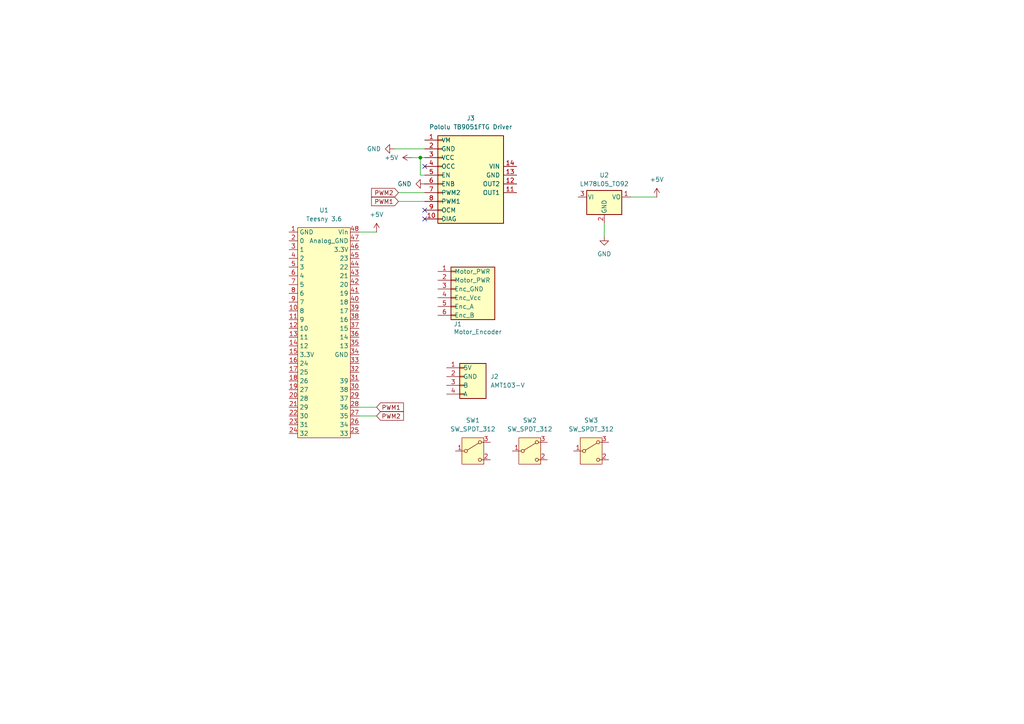
<source format=kicad_sch>
(kicad_sch
	(version 20250114)
	(generator "eeschema")
	(generator_version "9.0")
	(uuid "8f4afd28-51ab-4259-b703-4df7acdb90df")
	(paper "A4")
	(lib_symbols
		(symbol "Regulator_Linear:LM78L05_TO92"
			(pin_names
				(offset 0.254)
			)
			(exclude_from_sim no)
			(in_bom yes)
			(on_board yes)
			(property "Reference" "U"
				(at -3.81 3.175 0)
				(effects
					(font
						(size 1.27 1.27)
					)
				)
			)
			(property "Value" "LM78L05_TO92"
				(at 0 3.175 0)
				(effects
					(font
						(size 1.27 1.27)
					)
					(justify left)
				)
			)
			(property "Footprint" "Package_TO_SOT_THT:TO-92_Inline"
				(at 0 5.715 0)
				(effects
					(font
						(size 1.27 1.27)
						(italic yes)
					)
					(hide yes)
				)
			)
			(property "Datasheet" "https://www.onsemi.com/pub/Collateral/MC78L06A-D.pdf"
				(at 0 -1.27 0)
				(effects
					(font
						(size 1.27 1.27)
					)
					(hide yes)
				)
			)
			(property "Description" "Positive 100mA 30V Linear Regulator, Fixed Output 5V, TO-92"
				(at 0 0 0)
				(effects
					(font
						(size 1.27 1.27)
					)
					(hide yes)
				)
			)
			(property "ki_keywords" "Voltage Regulator 100mA Positive"
				(at 0 0 0)
				(effects
					(font
						(size 1.27 1.27)
					)
					(hide yes)
				)
			)
			(property "ki_fp_filters" "TO?92*"
				(at 0 0 0)
				(effects
					(font
						(size 1.27 1.27)
					)
					(hide yes)
				)
			)
			(symbol "LM78L05_TO92_0_1"
				(rectangle
					(start -5.08 -5.08)
					(end 5.08 1.905)
					(stroke
						(width 0.254)
						(type default)
					)
					(fill
						(type background)
					)
				)
			)
			(symbol "LM78L05_TO92_1_1"
				(pin power_in line
					(at -7.62 0 0)
					(length 2.54)
					(name "VI"
						(effects
							(font
								(size 1.27 1.27)
							)
						)
					)
					(number "3"
						(effects
							(font
								(size 1.27 1.27)
							)
						)
					)
				)
				(pin power_in line
					(at 0 -7.62 90)
					(length 2.54)
					(name "GND"
						(effects
							(font
								(size 1.27 1.27)
							)
						)
					)
					(number "2"
						(effects
							(font
								(size 1.27 1.27)
							)
						)
					)
				)
				(pin power_out line
					(at 7.62 0 180)
					(length 2.54)
					(name "VO"
						(effects
							(font
								(size 1.27 1.27)
							)
						)
					)
					(number "1"
						(effects
							(font
								(size 1.27 1.27)
							)
						)
					)
				)
			)
			(embedded_fonts no)
		)
		(symbol "Switch:SW_SPDT_312"
			(pin_names
				(offset 1)
				(hide yes)
			)
			(exclude_from_sim no)
			(in_bom yes)
			(on_board yes)
			(property "Reference" "SW"
				(at 0 5.08 0)
				(effects
					(font
						(size 1.27 1.27)
					)
				)
			)
			(property "Value" "SW_SPDT_312"
				(at 0 -5.08 0)
				(effects
					(font
						(size 1.27 1.27)
					)
				)
			)
			(property "Footprint" ""
				(at 0 -10.16 0)
				(effects
					(font
						(size 1.27 1.27)
					)
					(hide yes)
				)
			)
			(property "Datasheet" "~"
				(at 0 -7.62 0)
				(effects
					(font
						(size 1.27 1.27)
					)
					(hide yes)
				)
			)
			(property "Description" "Switch, single pole double throw"
				(at 0 0 0)
				(effects
					(font
						(size 1.27 1.27)
					)
					(hide yes)
				)
			)
			(property "ki_keywords" "changeover single-pole double-throw spdt ON-ON"
				(at 0 0 0)
				(effects
					(font
						(size 1.27 1.27)
					)
					(hide yes)
				)
			)
			(symbol "SW_SPDT_312_0_1"
				(circle
					(center -2.032 0)
					(radius 0.4572)
					(stroke
						(width 0)
						(type default)
					)
					(fill
						(type none)
					)
				)
				(polyline
					(pts
						(xy -1.651 0.254) (xy 1.651 2.286)
					)
					(stroke
						(width 0)
						(type default)
					)
					(fill
						(type none)
					)
				)
				(circle
					(center 2.032 2.54)
					(radius 0.4572)
					(stroke
						(width 0)
						(type default)
					)
					(fill
						(type none)
					)
				)
				(circle
					(center 2.032 -2.54)
					(radius 0.4572)
					(stroke
						(width 0)
						(type default)
					)
					(fill
						(type none)
					)
				)
			)
			(symbol "SW_SPDT_312_1_1"
				(rectangle
					(start -3.175 3.81)
					(end 3.175 -3.81)
					(stroke
						(width 0)
						(type default)
					)
					(fill
						(type background)
					)
				)
				(pin passive line
					(at -5.08 0 0)
					(length 2.54)
					(name "B"
						(effects
							(font
								(size 1.27 1.27)
							)
						)
					)
					(number "1"
						(effects
							(font
								(size 1.27 1.27)
							)
						)
					)
				)
				(pin passive line
					(at 5.08 2.54 180)
					(length 2.54)
					(name "A"
						(effects
							(font
								(size 1.27 1.27)
							)
						)
					)
					(number "3"
						(effects
							(font
								(size 1.27 1.27)
							)
						)
					)
				)
				(pin passive line
					(at 5.08 -2.54 180)
					(length 2.54)
					(name "C"
						(effects
							(font
								(size 1.27 1.27)
							)
						)
					)
					(number "2"
						(effects
							(font
								(size 1.27 1.27)
							)
						)
					)
				)
			)
			(embedded_fonts no)
		)
		(symbol "Teensy:AMT103-V"
			(pin_names
				(offset 1.016)
			)
			(exclude_from_sim no)
			(in_bom yes)
			(on_board yes)
			(property "Reference" "J"
				(at 0 6.35 0)
				(effects
					(font
						(size 1.27 1.27)
					)
				)
			)
			(property "Value" "AMT103-V"
				(at 0 -7.112 0)
				(effects
					(font
						(size 1.27 1.27)
					)
				)
			)
			(property "Footprint" ""
				(at 0 0 0)
				(effects
					(font
						(size 1.27 1.27)
					)
					(hide yes)
				)
			)
			(property "Datasheet" "~"
				(at -2.54 1.27 0)
				(effects
					(font
						(size 1.27 1.27)
					)
					(hide yes)
				)
			)
			(property "Description" "Generic connector, single row, 01x04, script generated (kicad-library-utils/schlib/autogen/connector/)"
				(at -2.54 1.27 0)
				(effects
					(font
						(size 1.27 1.27)
					)
					(hide yes)
				)
			)
			(property "ki_keywords" "connector"
				(at 0 0 0)
				(effects
					(font
						(size 1.27 1.27)
					)
					(hide yes)
				)
			)
			(property "ki_fp_filters" "Connector*:*_1x??_*"
				(at 0 0 0)
				(effects
					(font
						(size 1.27 1.27)
					)
					(hide yes)
				)
			)
			(symbol "AMT103-V_1_1"
				(rectangle
					(start -3.81 5.08)
					(end 3.81 -5.08)
					(stroke
						(width 0.254)
						(type default)
					)
					(fill
						(type background)
					)
				)
				(rectangle
					(start -3.81 3.937)
					(end -2.54 3.683)
					(stroke
						(width 0.1524)
						(type default)
					)
					(fill
						(type none)
					)
				)
				(rectangle
					(start -3.81 1.397)
					(end -2.54 1.143)
					(stroke
						(width 0.1524)
						(type default)
					)
					(fill
						(type none)
					)
				)
				(rectangle
					(start -3.81 -1.143)
					(end -2.54 -1.397)
					(stroke
						(width 0.1524)
						(type default)
					)
					(fill
						(type none)
					)
				)
				(rectangle
					(start -3.81 -3.683)
					(end -2.54 -3.937)
					(stroke
						(width 0.1524)
						(type default)
					)
					(fill
						(type none)
					)
				)
				(pin power_in line
					(at -7.62 3.81 0)
					(length 3.81)
					(name "5V"
						(effects
							(font
								(size 1.27 1.27)
							)
						)
					)
					(number "1"
						(effects
							(font
								(size 1.27 1.27)
							)
						)
					)
				)
				(pin power_in line
					(at -7.62 1.27 0)
					(length 3.81)
					(name "GND"
						(effects
							(font
								(size 1.27 1.27)
							)
						)
					)
					(number "2"
						(effects
							(font
								(size 1.27 1.27)
							)
						)
					)
				)
				(pin output line
					(at -7.62 -1.27 0)
					(length 3.81)
					(name "B"
						(effects
							(font
								(size 1.27 1.27)
							)
						)
					)
					(number "3"
						(effects
							(font
								(size 1.27 1.27)
							)
						)
					)
				)
				(pin output line
					(at -7.62 -3.81 0)
					(length 3.81)
					(name "A"
						(effects
							(font
								(size 1.27 1.27)
							)
						)
					)
					(number "4"
						(effects
							(font
								(size 1.27 1.27)
							)
						)
					)
				)
			)
			(embedded_fonts no)
		)
		(symbol "Teensy:Motor_Encoder"
			(pin_names
				(offset 1.016)
			)
			(exclude_from_sim no)
			(in_bom yes)
			(on_board yes)
			(property "Reference" "J"
				(at 0 7.62 0)
				(effects
					(font
						(size 1.27 1.27)
					)
				)
			)
			(property "Value" "Motor_Encoder"
				(at 5.08 -10.922 0)
				(effects
					(font
						(size 1.27 1.27)
					)
				)
			)
			(property "Footprint" ""
				(at 0 0 0)
				(effects
					(font
						(size 1.27 1.27)
					)
					(hide yes)
				)
			)
			(property "Datasheet" "~"
				(at 0 0 0)
				(effects
					(font
						(size 1.27 1.27)
					)
					(hide yes)
				)
			)
			(property "Description" "Generic connector, single row, 01x06, script generated (kicad-library-utils/schlib/autogen/connector/)"
				(at 0 0 0)
				(effects
					(font
						(size 1.27 1.27)
					)
					(hide yes)
				)
			)
			(property "ki_keywords" "connector"
				(at 0 0 0)
				(effects
					(font
						(size 1.27 1.27)
					)
					(hide yes)
				)
			)
			(property "ki_fp_filters" "Connector*:*_1x??_*"
				(at 0 0 0)
				(effects
					(font
						(size 1.27 1.27)
					)
					(hide yes)
				)
			)
			(symbol "Motor_Encoder_1_1"
				(rectangle
					(start -1.27 6.35)
					(end 11.43 -8.89)
					(stroke
						(width 0.254)
						(type default)
					)
					(fill
						(type background)
					)
				)
				(rectangle
					(start -1.27 5.207)
					(end 0 4.953)
					(stroke
						(width 0.1524)
						(type default)
					)
					(fill
						(type none)
					)
				)
				(rectangle
					(start -1.27 2.667)
					(end 0 2.413)
					(stroke
						(width 0.1524)
						(type default)
					)
					(fill
						(type none)
					)
				)
				(rectangle
					(start -1.27 0.127)
					(end 0 -0.127)
					(stroke
						(width 0.1524)
						(type default)
					)
					(fill
						(type none)
					)
				)
				(rectangle
					(start -1.27 -2.413)
					(end 0 -2.667)
					(stroke
						(width 0.1524)
						(type default)
					)
					(fill
						(type none)
					)
				)
				(rectangle
					(start -1.27 -4.953)
					(end 0 -5.207)
					(stroke
						(width 0.1524)
						(type default)
					)
					(fill
						(type none)
					)
				)
				(rectangle
					(start -1.27 -7.493)
					(end 0 -7.747)
					(stroke
						(width 0.1524)
						(type default)
					)
					(fill
						(type none)
					)
				)
				(pin power_in line
					(at -5.08 5.08 0)
					(length 3.81)
					(name "Motor_PWR"
						(effects
							(font
								(size 1.27 1.27)
							)
						)
					)
					(number "1"
						(effects
							(font
								(size 1.27 1.27)
							)
						)
					)
				)
				(pin power_in line
					(at -5.08 2.54 0)
					(length 3.81)
					(name "Motor_PWR"
						(effects
							(font
								(size 1.27 1.27)
							)
						)
					)
					(number "2"
						(effects
							(font
								(size 1.27 1.27)
							)
						)
					)
				)
				(pin power_in line
					(at -5.08 0 0)
					(length 3.81)
					(name "Enc_GND"
						(effects
							(font
								(size 1.27 1.27)
							)
						)
					)
					(number "3"
						(effects
							(font
								(size 1.27 1.27)
							)
						)
					)
				)
				(pin power_in line
					(at -5.08 -2.54 0)
					(length 3.81)
					(name "Enc_Vcc"
						(effects
							(font
								(size 1.27 1.27)
							)
						)
					)
					(number "4"
						(effects
							(font
								(size 1.27 1.27)
							)
						)
					)
				)
				(pin output line
					(at -5.08 -5.08 0)
					(length 3.81)
					(name "Enc_A"
						(effects
							(font
								(size 1.27 1.27)
							)
						)
					)
					(number "5"
						(effects
							(font
								(size 1.27 1.27)
							)
						)
					)
				)
				(pin output line
					(at -5.08 -7.62 0)
					(length 3.81)
					(name "Enc_B"
						(effects
							(font
								(size 1.27 1.27)
							)
						)
					)
					(number "6"
						(effects
							(font
								(size 1.27 1.27)
							)
						)
					)
				)
			)
			(embedded_fonts no)
		)
		(symbol "Teensy:Pololu TB9051FTG Driver"
			(pin_names
				(offset 1.016)
			)
			(exclude_from_sim no)
			(in_bom yes)
			(on_board yes)
			(property "Reference" "J"
				(at 0 14.732 0)
				(effects
					(font
						(size 1.27 1.27)
					)
				)
			)
			(property "Value" "Pololu TB9051FTG Driver"
				(at 0.254 -15.24 0)
				(effects
					(font
						(size 1.27 1.27)
					)
				)
			)
			(property "Footprint" ""
				(at 0 0 0)
				(effects
					(font
						(size 1.27 1.27)
					)
					(hide yes)
				)
			)
			(property "Datasheet" "~"
				(at -8.89 1.27 0)
				(effects
					(font
						(size 1.27 1.27)
					)
					(hide yes)
				)
			)
			(property "Description" "Generic connector, single row, 01x10, script generated (kicad-library-utils/schlib/autogen/connector/)"
				(at 0 18.034 0)
				(effects
					(font
						(size 1.27 1.27)
					)
					(hide yes)
				)
			)
			(property "ki_keywords" "connector"
				(at 0 0 0)
				(effects
					(font
						(size 1.27 1.27)
					)
					(hide yes)
				)
			)
			(property "ki_fp_filters" "Connector*:*_1x??_*"
				(at 0 0 0)
				(effects
					(font
						(size 1.27 1.27)
					)
					(hide yes)
				)
			)
			(symbol "Pololu TB9051FTG Driver_1_1"
				(rectangle
					(start -10.16 12.7)
					(end 8.89 -12.7)
					(stroke
						(width 0.254)
						(type default)
					)
					(fill
						(type background)
					)
				)
				(rectangle
					(start -10.16 11.557)
					(end -8.89 11.303)
					(stroke
						(width 0.1524)
						(type default)
					)
					(fill
						(type none)
					)
				)
				(rectangle
					(start -10.16 9.017)
					(end -8.89 8.763)
					(stroke
						(width 0.1524)
						(type default)
					)
					(fill
						(type none)
					)
				)
				(rectangle
					(start -10.16 6.477)
					(end -8.89 6.223)
					(stroke
						(width 0.1524)
						(type default)
					)
					(fill
						(type none)
					)
				)
				(rectangle
					(start -10.16 3.937)
					(end -8.89 3.683)
					(stroke
						(width 0.1524)
						(type default)
					)
					(fill
						(type none)
					)
				)
				(rectangle
					(start -10.16 1.397)
					(end -8.89 1.143)
					(stroke
						(width 0.1524)
						(type default)
					)
					(fill
						(type none)
					)
				)
				(rectangle
					(start -10.16 -1.143)
					(end -8.89 -1.397)
					(stroke
						(width 0.1524)
						(type default)
					)
					(fill
						(type none)
					)
				)
				(rectangle
					(start -10.16 -3.683)
					(end -8.89 -3.937)
					(stroke
						(width 0.1524)
						(type default)
					)
					(fill
						(type none)
					)
				)
				(rectangle
					(start -10.16 -6.223)
					(end -8.89 -6.477)
					(stroke
						(width 0.1524)
						(type default)
					)
					(fill
						(type none)
					)
				)
				(rectangle
					(start -10.16 -8.763)
					(end -8.89 -9.017)
					(stroke
						(width 0.1524)
						(type default)
					)
					(fill
						(type none)
					)
				)
				(rectangle
					(start -10.16 -11.303)
					(end -8.89 -11.557)
					(stroke
						(width 0.1524)
						(type default)
					)
					(fill
						(type none)
					)
				)
				(pin output line
					(at -13.97 11.43 0)
					(length 3.81)
					(name "VM"
						(effects
							(font
								(size 1.27 1.27)
							)
						)
					)
					(number "1"
						(effects
							(font
								(size 1.27 1.27)
							)
						)
					)
				)
				(pin power_in line
					(at -13.97 8.89 0)
					(length 3.81)
					(name "GND"
						(effects
							(font
								(size 1.27 1.27)
							)
						)
					)
					(number "2"
						(effects
							(font
								(size 1.27 1.27)
							)
						)
					)
				)
				(pin power_in line
					(at -13.97 6.35 0)
					(length 3.81)
					(name "VCC"
						(effects
							(font
								(size 1.27 1.27)
							)
						)
					)
					(number "3"
						(effects
							(font
								(size 1.27 1.27)
							)
						)
					)
				)
				(pin input line
					(at -13.97 3.81 0)
					(length 3.81)
					(name "OCC"
						(effects
							(font
								(size 1.27 1.27)
							)
						)
					)
					(number "4"
						(effects
							(font
								(size 1.27 1.27)
							)
						)
					)
				)
				(pin input line
					(at -13.97 1.27 0)
					(length 3.81)
					(name "EN"
						(effects
							(font
								(size 1.27 1.27)
							)
						)
					)
					(number "5"
						(effects
							(font
								(size 1.27 1.27)
							)
						)
					)
				)
				(pin input line
					(at -13.97 -1.27 0)
					(length 3.81)
					(name "ENB"
						(effects
							(font
								(size 1.27 1.27)
							)
						)
					)
					(number "6"
						(effects
							(font
								(size 1.27 1.27)
							)
						)
					)
				)
				(pin input line
					(at -13.97 -3.81 0)
					(length 3.81)
					(name "PWM2"
						(effects
							(font
								(size 1.27 1.27)
							)
						)
					)
					(number "7"
						(effects
							(font
								(size 1.27 1.27)
							)
						)
					)
				)
				(pin input line
					(at -13.97 -6.35 0)
					(length 3.81)
					(name "PWM1"
						(effects
							(font
								(size 1.27 1.27)
							)
						)
					)
					(number "8"
						(effects
							(font
								(size 1.27 1.27)
							)
						)
					)
				)
				(pin output line
					(at -13.97 -8.89 0)
					(length 3.81)
					(name "OCM"
						(effects
							(font
								(size 1.27 1.27)
							)
						)
					)
					(number "9"
						(effects
							(font
								(size 1.27 1.27)
							)
						)
					)
				)
				(pin output line
					(at -13.97 -11.43 0)
					(length 3.81)
					(name "DIAG"
						(effects
							(font
								(size 1.27 1.27)
							)
						)
					)
					(number "10"
						(effects
							(font
								(size 1.27 1.27)
							)
						)
					)
				)
				(pin power_in line
					(at 12.7 3.81 180)
					(length 3.81)
					(name "VIN"
						(effects
							(font
								(size 1.27 1.27)
							)
						)
					)
					(number "14"
						(effects
							(font
								(size 1.27 1.27)
							)
						)
					)
				)
				(pin power_in line
					(at 12.7 1.27 180)
					(length 3.81)
					(name "GND"
						(effects
							(font
								(size 1.27 1.27)
							)
						)
					)
					(number "13"
						(effects
							(font
								(size 1.27 1.27)
							)
						)
					)
				)
				(pin power_out line
					(at 12.7 -1.27 180)
					(length 3.81)
					(name "OUT2"
						(effects
							(font
								(size 1.27 1.27)
							)
						)
					)
					(number "12"
						(effects
							(font
								(size 1.27 1.27)
							)
						)
					)
				)
				(pin power_out line
					(at 12.7 -3.81 180)
					(length 3.81)
					(name "OUT1"
						(effects
							(font
								(size 1.27 1.27)
							)
						)
					)
					(number "11"
						(effects
							(font
								(size 1.27 1.27)
							)
						)
					)
				)
			)
			(embedded_fonts no)
		)
		(symbol "Teensy:Teensy_3.6"
			(exclude_from_sim no)
			(in_bom yes)
			(on_board yes)
			(property "Reference" "U"
				(at 0 -41.148 0)
				(effects
					(font
						(size 1.27 1.27)
					)
				)
			)
			(property "Value" "Teesny 3.6"
				(at -0.254 -43.18 0)
				(effects
					(font
						(size 1.27 1.27)
					)
				)
			)
			(property "Footprint" "Teensy 3.6"
				(at -2.54 0 0)
				(effects
					(font
						(size 1.27 1.27)
					)
					(hide yes)
				)
			)
			(property "Datasheet" ""
				(at 0 0 0)
				(effects
					(font
						(size 1.27 1.27)
					)
					(hide yes)
				)
			)
			(property "Description" ""
				(at 0 0 0)
				(effects
					(font
						(size 1.27 1.27)
					)
					(hide yes)
				)
			)
			(symbol "Teensy_3.6_0_1"
				(rectangle
					(start -7.62 21.59)
					(end 7.62 -39.37)
					(stroke
						(width 0)
						(type default)
					)
					(fill
						(type color)
						(color 255 255 194 1)
					)
				)
			)
			(symbol "Teensy_3.6_1_1"
				(pin power_in line
					(at -10.16 20.32 0)
					(length 2.54)
					(name "GND"
						(effects
							(font
								(size 1.27 1.27)
							)
						)
					)
					(number "1"
						(effects
							(font
								(size 1.27 1.27)
							)
						)
					)
				)
				(pin bidirectional line
					(at -10.16 17.78 0)
					(length 2.54)
					(name "0"
						(effects
							(font
								(size 1.27 1.27)
							)
						)
					)
					(number "2"
						(effects
							(font
								(size 1.27 1.27)
							)
						)
					)
				)
				(pin bidirectional line
					(at -10.16 15.24 0)
					(length 2.54)
					(name "1"
						(effects
							(font
								(size 1.27 1.27)
							)
						)
					)
					(number "3"
						(effects
							(font
								(size 1.27 1.27)
							)
						)
					)
				)
				(pin bidirectional line
					(at -10.16 12.7 0)
					(length 2.54)
					(name "2"
						(effects
							(font
								(size 1.27 1.27)
							)
						)
					)
					(number "4"
						(effects
							(font
								(size 1.27 1.27)
							)
						)
					)
				)
				(pin bidirectional line
					(at -10.16 10.16 0)
					(length 2.54)
					(name "3"
						(effects
							(font
								(size 1.27 1.27)
							)
						)
					)
					(number "5"
						(effects
							(font
								(size 1.27 1.27)
							)
						)
					)
				)
				(pin bidirectional line
					(at -10.16 7.62 0)
					(length 2.54)
					(name "4"
						(effects
							(font
								(size 1.27 1.27)
							)
						)
					)
					(number "6"
						(effects
							(font
								(size 1.27 1.27)
							)
						)
					)
				)
				(pin bidirectional line
					(at -10.16 5.08 0)
					(length 2.54)
					(name "5"
						(effects
							(font
								(size 1.27 1.27)
							)
						)
					)
					(number "7"
						(effects
							(font
								(size 1.27 1.27)
							)
						)
					)
				)
				(pin bidirectional line
					(at -10.16 2.54 0)
					(length 2.54)
					(name "6"
						(effects
							(font
								(size 1.27 1.27)
							)
						)
					)
					(number "8"
						(effects
							(font
								(size 1.27 1.27)
							)
						)
					)
				)
				(pin bidirectional line
					(at -10.16 0 0)
					(length 2.54)
					(name "7"
						(effects
							(font
								(size 1.27 1.27)
							)
						)
					)
					(number "9"
						(effects
							(font
								(size 1.27 1.27)
							)
						)
					)
				)
				(pin bidirectional line
					(at -10.16 -2.54 0)
					(length 2.54)
					(name "8"
						(effects
							(font
								(size 1.27 1.27)
							)
						)
					)
					(number "10"
						(effects
							(font
								(size 1.27 1.27)
							)
						)
					)
				)
				(pin bidirectional line
					(at -10.16 -5.08 0)
					(length 2.54)
					(name "9"
						(effects
							(font
								(size 1.27 1.27)
							)
						)
					)
					(number "11"
						(effects
							(font
								(size 1.27 1.27)
							)
						)
					)
				)
				(pin bidirectional line
					(at -10.16 -7.62 0)
					(length 2.54)
					(name "10"
						(effects
							(font
								(size 1.27 1.27)
							)
						)
					)
					(number "12"
						(effects
							(font
								(size 1.27 1.27)
							)
						)
					)
				)
				(pin bidirectional line
					(at -10.16 -10.16 0)
					(length 2.54)
					(name "11"
						(effects
							(font
								(size 1.27 1.27)
							)
						)
					)
					(number "13"
						(effects
							(font
								(size 1.27 1.27)
							)
						)
					)
				)
				(pin bidirectional line
					(at -10.16 -12.7 0)
					(length 2.54)
					(name "12"
						(effects
							(font
								(size 1.27 1.27)
							)
						)
					)
					(number "14"
						(effects
							(font
								(size 1.27 1.27)
							)
						)
					)
				)
				(pin power_out line
					(at -10.16 -15.24 0)
					(length 2.54)
					(name "3.3V"
						(effects
							(font
								(size 1.27 1.27)
							)
						)
					)
					(number "15"
						(effects
							(font
								(size 1.27 1.27)
							)
						)
					)
				)
				(pin bidirectional line
					(at -10.16 -17.78 0)
					(length 2.54)
					(name "24"
						(effects
							(font
								(size 1.27 1.27)
							)
						)
					)
					(number "16"
						(effects
							(font
								(size 1.27 1.27)
							)
						)
					)
				)
				(pin bidirectional line
					(at -10.16 -20.32 0)
					(length 2.54)
					(name "25"
						(effects
							(font
								(size 1.27 1.27)
							)
						)
					)
					(number "17"
						(effects
							(font
								(size 1.27 1.27)
							)
						)
					)
				)
				(pin bidirectional line
					(at -10.16 -22.86 0)
					(length 2.54)
					(name "26"
						(effects
							(font
								(size 1.27 1.27)
							)
						)
					)
					(number "18"
						(effects
							(font
								(size 1.27 1.27)
							)
						)
					)
				)
				(pin bidirectional line
					(at -10.16 -25.4 0)
					(length 2.54)
					(name "27"
						(effects
							(font
								(size 1.27 1.27)
							)
						)
					)
					(number "19"
						(effects
							(font
								(size 1.27 1.27)
							)
						)
					)
				)
				(pin bidirectional line
					(at -10.16 -27.94 0)
					(length 2.54)
					(name "28"
						(effects
							(font
								(size 1.27 1.27)
							)
						)
					)
					(number "20"
						(effects
							(font
								(size 1.27 1.27)
							)
						)
					)
				)
				(pin bidirectional line
					(at -10.16 -30.48 0)
					(length 2.54)
					(name "29"
						(effects
							(font
								(size 1.27 1.27)
							)
						)
					)
					(number "21"
						(effects
							(font
								(size 1.27 1.27)
							)
						)
					)
				)
				(pin bidirectional line
					(at -10.16 -33.02 0)
					(length 2.54)
					(name "30"
						(effects
							(font
								(size 1.27 1.27)
							)
						)
					)
					(number "22"
						(effects
							(font
								(size 1.27 1.27)
							)
						)
					)
				)
				(pin bidirectional line
					(at -10.16 -35.56 0)
					(length 2.54)
					(name "31"
						(effects
							(font
								(size 1.27 1.27)
							)
						)
					)
					(number "23"
						(effects
							(font
								(size 1.27 1.27)
							)
						)
					)
				)
				(pin bidirectional line
					(at -10.16 -38.1 0)
					(length 2.54)
					(name "32"
						(effects
							(font
								(size 1.27 1.27)
							)
						)
					)
					(number "24"
						(effects
							(font
								(size 1.27 1.27)
							)
						)
					)
				)
				(pin power_in line
					(at 10.16 20.32 180)
					(length 2.54)
					(name "Vin"
						(effects
							(font
								(size 1.27 1.27)
							)
						)
					)
					(number "48"
						(effects
							(font
								(size 1.27 1.27)
							)
						)
					)
				)
				(pin power_out line
					(at 10.16 17.78 180)
					(length 2.54)
					(name "Analog_GND"
						(effects
							(font
								(size 1.27 1.27)
							)
						)
					)
					(number "47"
						(effects
							(font
								(size 1.27 1.27)
							)
						)
					)
				)
				(pin power_out line
					(at 10.16 15.24 180)
					(length 2.54)
					(name "3.3V"
						(effects
							(font
								(size 1.27 1.27)
							)
						)
					)
					(number "46"
						(effects
							(font
								(size 1.27 1.27)
							)
						)
					)
				)
				(pin bidirectional line
					(at 10.16 12.7 180)
					(length 2.54)
					(name "23"
						(effects
							(font
								(size 1.27 1.27)
							)
						)
					)
					(number "45"
						(effects
							(font
								(size 1.27 1.27)
							)
						)
					)
				)
				(pin bidirectional line
					(at 10.16 10.16 180)
					(length 2.54)
					(name "22"
						(effects
							(font
								(size 1.27 1.27)
							)
						)
					)
					(number "44"
						(effects
							(font
								(size 1.27 1.27)
							)
						)
					)
				)
				(pin bidirectional line
					(at 10.16 7.62 180)
					(length 2.54)
					(name "21"
						(effects
							(font
								(size 1.27 1.27)
							)
						)
					)
					(number "43"
						(effects
							(font
								(size 1.27 1.27)
							)
						)
					)
				)
				(pin bidirectional line
					(at 10.16 5.08 180)
					(length 2.54)
					(name "20"
						(effects
							(font
								(size 1.27 1.27)
							)
						)
					)
					(number "42"
						(effects
							(font
								(size 1.27 1.27)
							)
						)
					)
				)
				(pin bidirectional line
					(at 10.16 2.54 180)
					(length 2.54)
					(name "19"
						(effects
							(font
								(size 1.27 1.27)
							)
						)
					)
					(number "41"
						(effects
							(font
								(size 1.27 1.27)
							)
						)
					)
				)
				(pin bidirectional line
					(at 10.16 0 180)
					(length 2.54)
					(name "18"
						(effects
							(font
								(size 1.27 1.27)
							)
						)
					)
					(number "40"
						(effects
							(font
								(size 1.27 1.27)
							)
						)
					)
				)
				(pin bidirectional line
					(at 10.16 -2.54 180)
					(length 2.54)
					(name "17"
						(effects
							(font
								(size 1.27 1.27)
							)
						)
					)
					(number "39"
						(effects
							(font
								(size 1.27 1.27)
							)
						)
					)
				)
				(pin bidirectional line
					(at 10.16 -5.08 180)
					(length 2.54)
					(name "16"
						(effects
							(font
								(size 1.27 1.27)
							)
						)
					)
					(number "38"
						(effects
							(font
								(size 1.27 1.27)
							)
						)
					)
				)
				(pin bidirectional line
					(at 10.16 -7.62 180)
					(length 2.54)
					(name "15"
						(effects
							(font
								(size 1.27 1.27)
							)
						)
					)
					(number "37"
						(effects
							(font
								(size 1.27 1.27)
							)
						)
					)
				)
				(pin bidirectional line
					(at 10.16 -10.16 180)
					(length 2.54)
					(name "14"
						(effects
							(font
								(size 1.27 1.27)
							)
						)
					)
					(number "36"
						(effects
							(font
								(size 1.27 1.27)
							)
						)
					)
				)
				(pin bidirectional line
					(at 10.16 -12.7 180)
					(length 2.54)
					(name "13"
						(effects
							(font
								(size 1.27 1.27)
							)
						)
					)
					(number "35"
						(effects
							(font
								(size 1.27 1.27)
							)
						)
					)
				)
				(pin power_in line
					(at 10.16 -15.24 180)
					(length 2.54)
					(name "GND"
						(effects
							(font
								(size 1.27 1.27)
							)
						)
					)
					(number "34"
						(effects
							(font
								(size 1.27 1.27)
							)
						)
					)
				)
				(pin bidirectional line
					(at 10.16 -17.78 180)
					(length 2.54)
					(name ""
						(effects
							(font
								(size 1.27 1.27)
							)
						)
					)
					(number "33"
						(effects
							(font
								(size 1.27 1.27)
							)
						)
					)
				)
				(pin bidirectional line
					(at 10.16 -20.32 180)
					(length 2.54)
					(name ""
						(effects
							(font
								(size 1.27 1.27)
							)
						)
					)
					(number "32"
						(effects
							(font
								(size 1.27 1.27)
							)
						)
					)
				)
				(pin bidirectional line
					(at 10.16 -22.86 180)
					(length 2.54)
					(name "39"
						(effects
							(font
								(size 1.27 1.27)
							)
						)
					)
					(number "31"
						(effects
							(font
								(size 1.27 1.27)
							)
						)
					)
				)
				(pin bidirectional line
					(at 10.16 -25.4 180)
					(length 2.54)
					(name "38"
						(effects
							(font
								(size 1.27 1.27)
							)
						)
					)
					(number "30"
						(effects
							(font
								(size 1.27 1.27)
							)
						)
					)
				)
				(pin bidirectional line
					(at 10.16 -27.94 180)
					(length 2.54)
					(name "37"
						(effects
							(font
								(size 1.27 1.27)
							)
						)
					)
					(number "29"
						(effects
							(font
								(size 1.27 1.27)
							)
						)
					)
				)
				(pin bidirectional line
					(at 10.16 -30.48 180)
					(length 2.54)
					(name "36"
						(effects
							(font
								(size 1.27 1.27)
							)
						)
					)
					(number "28"
						(effects
							(font
								(size 1.27 1.27)
							)
						)
					)
				)
				(pin bidirectional line
					(at 10.16 -33.02 180)
					(length 2.54)
					(name "35"
						(effects
							(font
								(size 1.27 1.27)
							)
						)
					)
					(number "27"
						(effects
							(font
								(size 1.27 1.27)
							)
						)
					)
				)
				(pin bidirectional line
					(at 10.16 -35.56 180)
					(length 2.54)
					(name "34"
						(effects
							(font
								(size 1.27 1.27)
							)
						)
					)
					(number "26"
						(effects
							(font
								(size 1.27 1.27)
							)
						)
					)
				)
				(pin bidirectional line
					(at 10.16 -38.1 180)
					(length 2.54)
					(name "33"
						(effects
							(font
								(size 1.27 1.27)
							)
						)
					)
					(number "25"
						(effects
							(font
								(size 1.27 1.27)
							)
						)
					)
				)
			)
			(embedded_fonts no)
		)
		(symbol "power:+5V"
			(power)
			(pin_numbers
				(hide yes)
			)
			(pin_names
				(offset 0)
				(hide yes)
			)
			(exclude_from_sim no)
			(in_bom yes)
			(on_board yes)
			(property "Reference" "#PWR"
				(at 0 -3.81 0)
				(effects
					(font
						(size 1.27 1.27)
					)
					(hide yes)
				)
			)
			(property "Value" "+5V"
				(at 0 3.556 0)
				(effects
					(font
						(size 1.27 1.27)
					)
				)
			)
			(property "Footprint" ""
				(at 0 0 0)
				(effects
					(font
						(size 1.27 1.27)
					)
					(hide yes)
				)
			)
			(property "Datasheet" ""
				(at 0 0 0)
				(effects
					(font
						(size 1.27 1.27)
					)
					(hide yes)
				)
			)
			(property "Description" "Power symbol creates a global label with name \"+5V\""
				(at 0 0 0)
				(effects
					(font
						(size 1.27 1.27)
					)
					(hide yes)
				)
			)
			(property "ki_keywords" "global power"
				(at 0 0 0)
				(effects
					(font
						(size 1.27 1.27)
					)
					(hide yes)
				)
			)
			(symbol "+5V_0_1"
				(polyline
					(pts
						(xy -0.762 1.27) (xy 0 2.54)
					)
					(stroke
						(width 0)
						(type default)
					)
					(fill
						(type none)
					)
				)
				(polyline
					(pts
						(xy 0 2.54) (xy 0.762 1.27)
					)
					(stroke
						(width 0)
						(type default)
					)
					(fill
						(type none)
					)
				)
				(polyline
					(pts
						(xy 0 0) (xy 0 2.54)
					)
					(stroke
						(width 0)
						(type default)
					)
					(fill
						(type none)
					)
				)
			)
			(symbol "+5V_1_1"
				(pin power_in line
					(at 0 0 90)
					(length 0)
					(name "~"
						(effects
							(font
								(size 1.27 1.27)
							)
						)
					)
					(number "1"
						(effects
							(font
								(size 1.27 1.27)
							)
						)
					)
				)
			)
			(embedded_fonts no)
		)
		(symbol "power:GND"
			(power)
			(pin_numbers
				(hide yes)
			)
			(pin_names
				(offset 0)
				(hide yes)
			)
			(exclude_from_sim no)
			(in_bom yes)
			(on_board yes)
			(property "Reference" "#PWR"
				(at 0 -6.35 0)
				(effects
					(font
						(size 1.27 1.27)
					)
					(hide yes)
				)
			)
			(property "Value" "GND"
				(at 0 -3.81 0)
				(effects
					(font
						(size 1.27 1.27)
					)
				)
			)
			(property "Footprint" ""
				(at 0 0 0)
				(effects
					(font
						(size 1.27 1.27)
					)
					(hide yes)
				)
			)
			(property "Datasheet" ""
				(at 0 0 0)
				(effects
					(font
						(size 1.27 1.27)
					)
					(hide yes)
				)
			)
			(property "Description" "Power symbol creates a global label with name \"GND\" , ground"
				(at 0 0 0)
				(effects
					(font
						(size 1.27 1.27)
					)
					(hide yes)
				)
			)
			(property "ki_keywords" "global power"
				(at 0 0 0)
				(effects
					(font
						(size 1.27 1.27)
					)
					(hide yes)
				)
			)
			(symbol "GND_0_1"
				(polyline
					(pts
						(xy 0 0) (xy 0 -1.27) (xy 1.27 -1.27) (xy 0 -2.54) (xy -1.27 -1.27) (xy 0 -1.27)
					)
					(stroke
						(width 0)
						(type default)
					)
					(fill
						(type none)
					)
				)
			)
			(symbol "GND_1_1"
				(pin power_in line
					(at 0 0 270)
					(length 0)
					(name "~"
						(effects
							(font
								(size 1.27 1.27)
							)
						)
					)
					(number "1"
						(effects
							(font
								(size 1.27 1.27)
							)
						)
					)
				)
			)
			(embedded_fonts no)
		)
	)
	(junction
		(at 121.92 45.72)
		(diameter 0)
		(color 0 0 0 0)
		(uuid "df469c2b-5794-4f87-8d68-118bf245ec8d")
	)
	(no_connect
		(at 123.19 60.96)
		(uuid "6d95240a-b101-4fe2-9777-2f79485640b3")
	)
	(no_connect
		(at 123.19 48.26)
		(uuid "c7a3c23c-ff2a-4629-ba6b-d73a3ad73b74")
	)
	(no_connect
		(at 123.19 63.5)
		(uuid "d58e7dad-0a58-4780-b5ec-d8a89c318ef2")
	)
	(wire
		(pts
			(xy 115.57 55.88) (xy 123.19 55.88)
		)
		(stroke
			(width 0)
			(type default)
		)
		(uuid "07612f38-43b9-4104-83ad-f1787aed14a7")
	)
	(wire
		(pts
			(xy 114.3 43.18) (xy 123.19 43.18)
		)
		(stroke
			(width 0)
			(type default)
		)
		(uuid "3675129e-1dea-4e0d-b786-a456b5d65529")
	)
	(wire
		(pts
			(xy 104.14 118.11) (xy 109.22 118.11)
		)
		(stroke
			(width 0)
			(type default)
		)
		(uuid "4aff50f3-b656-4213-8ec5-c4673c28b1f1")
	)
	(wire
		(pts
			(xy 182.88 57.15) (xy 190.5 57.15)
		)
		(stroke
			(width 0)
			(type default)
		)
		(uuid "4c4c4c0e-72f1-43f5-9e9b-7918981a28a4")
	)
	(wire
		(pts
			(xy 104.14 67.31) (xy 109.22 67.31)
		)
		(stroke
			(width 0)
			(type default)
		)
		(uuid "52bae9a9-fbe6-470f-946c-56231d72fbed")
	)
	(wire
		(pts
			(xy 121.92 45.72) (xy 121.92 50.8)
		)
		(stroke
			(width 0)
			(type default)
		)
		(uuid "53350a71-d912-410e-87b9-fffde40644c1")
	)
	(wire
		(pts
			(xy 115.57 58.42) (xy 123.19 58.42)
		)
		(stroke
			(width 0)
			(type default)
		)
		(uuid "61451f9b-5a98-4b7c-ac9d-1893ed671e39")
	)
	(wire
		(pts
			(xy 121.92 45.72) (xy 123.19 45.72)
		)
		(stroke
			(width 0)
			(type default)
		)
		(uuid "88221052-5bec-443a-8e01-d69bed53a934")
	)
	(wire
		(pts
			(xy 123.19 50.8) (xy 121.92 50.8)
		)
		(stroke
			(width 0)
			(type default)
		)
		(uuid "934de87c-1c5d-4f87-984b-2388e5791586")
	)
	(wire
		(pts
			(xy 175.26 64.77) (xy 175.26 68.58)
		)
		(stroke
			(width 0)
			(type default)
		)
		(uuid "a95be418-e739-4e36-a579-1a18980a0600")
	)
	(wire
		(pts
			(xy 104.14 120.65) (xy 109.22 120.65)
		)
		(stroke
			(width 0)
			(type default)
		)
		(uuid "aff94760-430b-48fe-81dd-8291c6aaabe2")
	)
	(wire
		(pts
			(xy 119.38 45.72) (xy 121.92 45.72)
		)
		(stroke
			(width 0)
			(type default)
		)
		(uuid "bd4d928d-eafc-48d8-b8cf-d3b187e38e18")
	)
	(global_label "PWM1"
		(shape input)
		(at 115.57 58.42 180)
		(fields_autoplaced yes)
		(effects
			(font
				(size 1.27 1.27)
			)
			(justify right)
		)
		(uuid "14f81494-b083-448b-8c04-d22d4ad9b803")
		(property "Intersheetrefs" "${INTERSHEET_REFS}"
			(at 107.2025 58.42 0)
			(effects
				(font
					(size 1.27 1.27)
				)
				(justify right)
				(hide yes)
			)
		)
	)
	(global_label "PWM1"
		(shape input)
		(at 109.22 118.11 0)
		(fields_autoplaced yes)
		(effects
			(font
				(size 1.27 1.27)
			)
			(justify left)
		)
		(uuid "26909e3a-d707-4e52-a4f7-29c0876344d1")
		(property "Intersheetrefs" "${INTERSHEET_REFS}"
			(at 117.5875 118.11 0)
			(effects
				(font
					(size 1.27 1.27)
				)
				(justify left)
				(hide yes)
			)
		)
	)
	(global_label "PWM2"
		(shape input)
		(at 109.22 120.65 0)
		(fields_autoplaced yes)
		(effects
			(font
				(size 1.27 1.27)
			)
			(justify left)
		)
		(uuid "96eeef05-996a-4c7d-af39-7645a7b3c159")
		(property "Intersheetrefs" "${INTERSHEET_REFS}"
			(at 117.5875 120.65 0)
			(effects
				(font
					(size 1.27 1.27)
				)
				(justify left)
				(hide yes)
			)
		)
	)
	(global_label "PWM2"
		(shape input)
		(at 115.57 55.88 180)
		(fields_autoplaced yes)
		(effects
			(font
				(size 1.27 1.27)
			)
			(justify right)
		)
		(uuid "9f34ae7c-7e33-4111-967d-af76463d6b52")
		(property "Intersheetrefs" "${INTERSHEET_REFS}"
			(at 107.2025 55.88 0)
			(effects
				(font
					(size 1.27 1.27)
				)
				(justify right)
				(hide yes)
			)
		)
	)
	(symbol
		(lib_id "Regulator_Linear:LM78L05_TO92")
		(at 175.26 57.15 0)
		(unit 1)
		(exclude_from_sim no)
		(in_bom yes)
		(on_board yes)
		(dnp no)
		(fields_autoplaced yes)
		(uuid "0e01ca4f-5d8a-4fdf-8c39-fec485c6690f")
		(property "Reference" "U2"
			(at 175.26 50.8 0)
			(effects
				(font
					(size 1.27 1.27)
				)
			)
		)
		(property "Value" "LM78L05_TO92"
			(at 175.26 53.34 0)
			(effects
				(font
					(size 1.27 1.27)
				)
			)
		)
		(property "Footprint" "Package_TO_SOT_THT:TO-92_Inline"
			(at 175.26 51.435 0)
			(effects
				(font
					(size 1.27 1.27)
					(italic yes)
				)
				(hide yes)
			)
		)
		(property "Datasheet" "https://www.onsemi.com/pub/Collateral/MC78L06A-D.pdf"
			(at 175.26 58.42 0)
			(effects
				(font
					(size 1.27 1.27)
				)
				(hide yes)
			)
		)
		(property "Description" "Positive 100mA 30V Linear Regulator, Fixed Output 5V, TO-92"
			(at 175.26 57.15 0)
			(effects
				(font
					(size 1.27 1.27)
				)
				(hide yes)
			)
		)
		(pin "2"
			(uuid "46d1b6ef-84ee-436e-8308-254e88b9a467")
		)
		(pin "1"
			(uuid "deb36b19-4e1e-477b-a3b5-2c7c509c8b23")
		)
		(pin "3"
			(uuid "df6cb96b-c414-499e-8bef-c3af91b533d7")
		)
		(instances
			(project ""
				(path "/8f4afd28-51ab-4259-b703-4df7acdb90df"
					(reference "U2")
					(unit 1)
				)
			)
		)
	)
	(symbol
		(lib_id "power:+5V")
		(at 119.38 45.72 90)
		(unit 1)
		(exclude_from_sim no)
		(in_bom yes)
		(on_board yes)
		(dnp no)
		(fields_autoplaced yes)
		(uuid "3a793956-5ffe-4bcf-a67a-5651dd4f24d8")
		(property "Reference" "#PWR02"
			(at 123.19 45.72 0)
			(effects
				(font
					(size 1.27 1.27)
				)
				(hide yes)
			)
		)
		(property "Value" "+5V"
			(at 115.57 45.7199 90)
			(effects
				(font
					(size 1.27 1.27)
				)
				(justify left)
			)
		)
		(property "Footprint" ""
			(at 119.38 45.72 0)
			(effects
				(font
					(size 1.27 1.27)
				)
				(hide yes)
			)
		)
		(property "Datasheet" ""
			(at 119.38 45.72 0)
			(effects
				(font
					(size 1.27 1.27)
				)
				(hide yes)
			)
		)
		(property "Description" "Power symbol creates a global label with name \"+5V\""
			(at 119.38 45.72 0)
			(effects
				(font
					(size 1.27 1.27)
				)
				(hide yes)
			)
		)
		(pin "1"
			(uuid "f5c14452-f323-4c4c-ad55-042b9baeedbe")
		)
		(instances
			(project "furuta-pendulum-pcb"
				(path "/8f4afd28-51ab-4259-b703-4df7acdb90df"
					(reference "#PWR02")
					(unit 1)
				)
			)
		)
	)
	(symbol
		(lib_id "Teensy:Motor_Encoder")
		(at 132.08 83.82 0)
		(unit 1)
		(exclude_from_sim no)
		(in_bom yes)
		(on_board yes)
		(dnp no)
		(uuid "3f8fc97c-2ccc-4a6d-b32d-588bb8697c9d")
		(property "Reference" "J1"
			(at 131.572 93.98 0)
			(effects
				(font
					(size 1.27 1.27)
				)
				(justify left)
			)
		)
		(property "Value" "Motor_Encoder"
			(at 131.572 96.266 0)
			(effects
				(font
					(size 1.27 1.27)
				)
				(justify left)
			)
		)
		(property "Footprint" ""
			(at 132.08 83.82 0)
			(effects
				(font
					(size 1.27 1.27)
				)
				(hide yes)
			)
		)
		(property "Datasheet" "~"
			(at 132.08 83.82 0)
			(effects
				(font
					(size 1.27 1.27)
				)
				(hide yes)
			)
		)
		(property "Description" "Generic connector, single row, 01x06, script generated (kicad-library-utils/schlib/autogen/connector/)"
			(at 132.08 83.82 0)
			(effects
				(font
					(size 1.27 1.27)
				)
				(hide yes)
			)
		)
		(pin "6"
			(uuid "b13d63b6-241e-4688-a0f2-a5daf19d5a1e")
		)
		(pin "3"
			(uuid "4308898c-950b-4c86-b16f-28655245ecc4")
		)
		(pin "4"
			(uuid "beaa572c-609f-4e59-9437-45b27871e688")
		)
		(pin "1"
			(uuid "3fb6c70f-7a75-4dec-b5da-91eabf003002")
		)
		(pin "5"
			(uuid "acf0da4f-ae78-43d7-908d-809fa7e59dc0")
		)
		(pin "2"
			(uuid "7e1b1f31-7756-40af-94e1-46e59bdae07e")
		)
		(instances
			(project ""
				(path "/8f4afd28-51ab-4259-b703-4df7acdb90df"
					(reference "J1")
					(unit 1)
				)
			)
		)
	)
	(symbol
		(lib_id "power:GND")
		(at 175.26 68.58 0)
		(unit 1)
		(exclude_from_sim no)
		(in_bom yes)
		(on_board yes)
		(dnp no)
		(fields_autoplaced yes)
		(uuid "43d02f8f-4af9-49dc-b987-2e42c27baf91")
		(property "Reference" "#PWR04"
			(at 175.26 74.93 0)
			(effects
				(font
					(size 1.27 1.27)
				)
				(hide yes)
			)
		)
		(property "Value" "GND"
			(at 175.26 73.66 0)
			(effects
				(font
					(size 1.27 1.27)
				)
			)
		)
		(property "Footprint" ""
			(at 175.26 68.58 0)
			(effects
				(font
					(size 1.27 1.27)
				)
				(hide yes)
			)
		)
		(property "Datasheet" ""
			(at 175.26 68.58 0)
			(effects
				(font
					(size 1.27 1.27)
				)
				(hide yes)
			)
		)
		(property "Description" "Power symbol creates a global label with name \"GND\" , ground"
			(at 175.26 68.58 0)
			(effects
				(font
					(size 1.27 1.27)
				)
				(hide yes)
			)
		)
		(pin "1"
			(uuid "af9db63a-93a6-4528-81bc-98642a45428e")
		)
		(instances
			(project "furuta-pendulum-pcb"
				(path "/8f4afd28-51ab-4259-b703-4df7acdb90df"
					(reference "#PWR04")
					(unit 1)
				)
			)
		)
	)
	(symbol
		(lib_id "Teensy:Pololu TB9051FTG Driver")
		(at 137.16 52.07 0)
		(unit 1)
		(exclude_from_sim no)
		(in_bom yes)
		(on_board yes)
		(dnp no)
		(fields_autoplaced yes)
		(uuid "49a78f78-7959-498e-b8d9-ab642be37869")
		(property "Reference" "J3"
			(at 136.525 34.29 0)
			(effects
				(font
					(size 1.27 1.27)
				)
			)
		)
		(property "Value" "Pololu TB9051FTG Driver"
			(at 136.525 36.83 0)
			(effects
				(font
					(size 1.27 1.27)
				)
			)
		)
		(property "Footprint" ""
			(at 137.16 52.07 0)
			(effects
				(font
					(size 1.27 1.27)
				)
				(hide yes)
			)
		)
		(property "Datasheet" "~"
			(at 128.27 50.8 0)
			(effects
				(font
					(size 1.27 1.27)
				)
				(hide yes)
			)
		)
		(property "Description" "Generic connector, single row, 01x10, script generated (kicad-library-utils/schlib/autogen/connector/)"
			(at 137.16 34.036 0)
			(effects
				(font
					(size 1.27 1.27)
				)
				(hide yes)
			)
		)
		(pin "13"
			(uuid "9adadb06-700d-422b-ac87-941dbfc52ded")
		)
		(pin "12"
			(uuid "b4135061-18ca-4b05-829c-883361f54a2f")
		)
		(pin "11"
			(uuid "9b103e70-a331-4468-aa9e-26b554ec901c")
		)
		(pin "2"
			(uuid "2e9b2959-7429-4373-b966-d6afee1095c6")
		)
		(pin "5"
			(uuid "7307a091-5b81-4563-b69b-4814d71b3efe")
		)
		(pin "7"
			(uuid "1af232f8-06aa-418e-b95f-49751b83b9f4")
		)
		(pin "8"
			(uuid "971aa0d4-8729-4765-a125-a2b9fbc522a1")
		)
		(pin "4"
			(uuid "697f4a3e-8ace-4679-ab8f-39486d903dfa")
		)
		(pin "6"
			(uuid "78df5b27-6416-4758-b1cf-596ed731283f")
		)
		(pin "10"
			(uuid "6c773c22-f9ff-473a-aad6-6e42a1c87880")
		)
		(pin "14"
			(uuid "9ecdc566-e47e-428e-bc40-1d5c705442cc")
		)
		(pin "9"
			(uuid "1f4f56aa-0443-4db3-b9aa-df8fc61ae197")
		)
		(pin "1"
			(uuid "5fd29555-3f05-48f0-ac71-37769e47d700")
		)
		(pin "3"
			(uuid "3c522db9-bc78-49e1-9828-266253153683")
		)
		(instances
			(project ""
				(path "/8f4afd28-51ab-4259-b703-4df7acdb90df"
					(reference "J3")
					(unit 1)
				)
			)
		)
	)
	(symbol
		(lib_id "Switch:SW_SPDT_312")
		(at 171.45 130.81 0)
		(unit 1)
		(exclude_from_sim no)
		(in_bom yes)
		(on_board yes)
		(dnp no)
		(fields_autoplaced yes)
		(uuid "61624a31-cc5f-453d-9dbf-cb36fc5f70f2")
		(property "Reference" "SW3"
			(at 171.45 121.92 0)
			(effects
				(font
					(size 1.27 1.27)
				)
			)
		)
		(property "Value" "SW_SPDT_312"
			(at 171.45 124.46 0)
			(effects
				(font
					(size 1.27 1.27)
				)
			)
		)
		(property "Footprint" ""
			(at 171.45 140.97 0)
			(effects
				(font
					(size 1.27 1.27)
				)
				(hide yes)
			)
		)
		(property "Datasheet" "~"
			(at 171.45 138.43 0)
			(effects
				(font
					(size 1.27 1.27)
				)
				(hide yes)
			)
		)
		(property "Description" "Switch, single pole double throw"
			(at 171.45 130.81 0)
			(effects
				(font
					(size 1.27 1.27)
				)
				(hide yes)
			)
		)
		(pin "1"
			(uuid "7b6907bd-c97a-4baf-bcbe-79715b9c8d0e")
		)
		(pin "2"
			(uuid "172d12c5-059a-4e42-b79e-c733134573f9")
		)
		(pin "3"
			(uuid "0a15885d-a074-4ff7-a6a3-867e4f36dac7")
		)
		(instances
			(project ""
				(path "/8f4afd28-51ab-4259-b703-4df7acdb90df"
					(reference "SW3")
					(unit 1)
				)
			)
		)
	)
	(symbol
		(lib_id "Switch:SW_SPDT_312")
		(at 153.67 130.81 0)
		(unit 1)
		(exclude_from_sim no)
		(in_bom yes)
		(on_board yes)
		(dnp no)
		(fields_autoplaced yes)
		(uuid "64d952b9-6dea-4a49-921b-b0f4a9cb04e0")
		(property "Reference" "SW2"
			(at 153.67 121.92 0)
			(effects
				(font
					(size 1.27 1.27)
				)
			)
		)
		(property "Value" "SW_SPDT_312"
			(at 153.67 124.46 0)
			(effects
				(font
					(size 1.27 1.27)
				)
			)
		)
		(property "Footprint" ""
			(at 153.67 140.97 0)
			(effects
				(font
					(size 1.27 1.27)
				)
				(hide yes)
			)
		)
		(property "Datasheet" "~"
			(at 153.67 138.43 0)
			(effects
				(font
					(size 1.27 1.27)
				)
				(hide yes)
			)
		)
		(property "Description" "Switch, single pole double throw"
			(at 153.67 130.81 0)
			(effects
				(font
					(size 1.27 1.27)
				)
				(hide yes)
			)
		)
		(pin "1"
			(uuid "5067d14c-af2f-408e-b702-98444f4962cf")
		)
		(pin "2"
			(uuid "c498260c-1e5e-43a9-aa83-2b23693e80e6")
		)
		(pin "3"
			(uuid "706bef3e-53a5-4766-8ffc-0968ed45b918")
		)
		(instances
			(project ""
				(path "/8f4afd28-51ab-4259-b703-4df7acdb90df"
					(reference "SW2")
					(unit 1)
				)
			)
		)
	)
	(symbol
		(lib_id "power:+5V")
		(at 190.5 57.15 0)
		(unit 1)
		(exclude_from_sim no)
		(in_bom yes)
		(on_board yes)
		(dnp no)
		(fields_autoplaced yes)
		(uuid "9404af66-37f3-4f3a-9905-5fc2d2a3b6eb")
		(property "Reference" "#PWR05"
			(at 190.5 60.96 0)
			(effects
				(font
					(size 1.27 1.27)
				)
				(hide yes)
			)
		)
		(property "Value" "+5V"
			(at 190.5 52.07 0)
			(effects
				(font
					(size 1.27 1.27)
				)
			)
		)
		(property "Footprint" ""
			(at 190.5 57.15 0)
			(effects
				(font
					(size 1.27 1.27)
				)
				(hide yes)
			)
		)
		(property "Datasheet" ""
			(at 190.5 57.15 0)
			(effects
				(font
					(size 1.27 1.27)
				)
				(hide yes)
			)
		)
		(property "Description" "Power symbol creates a global label with name \"+5V\""
			(at 190.5 57.15 0)
			(effects
				(font
					(size 1.27 1.27)
				)
				(hide yes)
			)
		)
		(pin "1"
			(uuid "80f281f3-1769-40dd-9596-547c074ecfa0")
		)
		(instances
			(project ""
				(path "/8f4afd28-51ab-4259-b703-4df7acdb90df"
					(reference "#PWR05")
					(unit 1)
				)
			)
		)
	)
	(symbol
		(lib_id "Teensy:Teensy_3.6")
		(at 93.98 87.63 0)
		(unit 1)
		(exclude_from_sim no)
		(in_bom yes)
		(on_board yes)
		(dnp no)
		(fields_autoplaced yes)
		(uuid "95e9fd94-a271-4526-976c-e1dcc1fc6ca1")
		(property "Reference" "U1"
			(at 93.98 60.96 0)
			(effects
				(font
					(size 1.27 1.27)
				)
			)
		)
		(property "Value" "Teesny 3.6"
			(at 93.98 63.5 0)
			(effects
				(font
					(size 1.27 1.27)
				)
			)
		)
		(property "Footprint" "Teensy 3.6"
			(at 93.98 87.63 0)
			(effects
				(font
					(size 1.27 1.27)
				)
				(hide yes)
			)
		)
		(property "Datasheet" ""
			(at 93.98 87.63 0)
			(effects
				(font
					(size 1.27 1.27)
				)
				(hide yes)
			)
		)
		(property "Description" ""
			(at 93.98 87.63 0)
			(effects
				(font
					(size 1.27 1.27)
				)
				(hide yes)
			)
		)
		(pin "23"
			(uuid "f5439cee-4f51-4837-8a01-335602f10c05")
		)
		(pin "39"
			(uuid "b4326d59-3643-4066-be77-c8bb2afd52ed")
		)
		(pin "25"
			(uuid "51135cbe-6c2d-49ec-9ebe-62dfc6536ae5")
		)
		(pin "12"
			(uuid "defab781-4676-4808-99ff-f295a271868e")
		)
		(pin "38"
			(uuid "377116bd-021d-46d6-9610-d6295791584a")
		)
		(pin "32"
			(uuid "30f0f2b4-afe8-421f-a8bf-62111ed7a03f")
		)
		(pin "34"
			(uuid "92976f23-d507-4495-9deb-a115570eed2f")
		)
		(pin "36"
			(uuid "9e894584-7344-47f2-96b3-b5a663358887")
		)
		(pin "41"
			(uuid "3a2e3194-f694-4aec-87a9-ac6a0a489245")
		)
		(pin "45"
			(uuid "e96cf9d9-6721-49da-aaa3-30026bd47ab1")
		)
		(pin "31"
			(uuid "6b2532bf-58a4-4cfd-8439-c81a1a4c19fa")
		)
		(pin "46"
			(uuid "4a70e637-a160-440b-90b5-0ce53cd06401")
		)
		(pin "13"
			(uuid "135123f5-3ae5-474c-b5f7-7c9841667294")
		)
		(pin "20"
			(uuid "b3af3586-d14d-4633-8c38-7d3e7faddf85")
		)
		(pin "27"
			(uuid "e27a217c-29d2-4d4f-a6a5-2edbb2814514")
		)
		(pin "48"
			(uuid "66ce794a-eeab-409a-af00-8559731598b0")
		)
		(pin "44"
			(uuid "e6cf3168-a603-4e1e-88a6-e165cc94531f")
		)
		(pin "11"
			(uuid "39d3c7db-d982-4f7a-9bc8-a4b29b006aba")
		)
		(pin "21"
			(uuid "960af902-6e4c-4c89-993a-dfc01babfafa")
		)
		(pin "10"
			(uuid "80d6af44-ae5a-4666-bb5e-cc46280ae76c")
		)
		(pin "14"
			(uuid "2cdccf4e-8e08-4552-8fab-877c79b43aba")
		)
		(pin "35"
			(uuid "8d9c9a97-13df-4d33-92eb-f312cfeef1fd")
		)
		(pin "30"
			(uuid "5364867b-8ce7-40f4-82c2-423773168d25")
		)
		(pin "24"
			(uuid "8fa71780-b5d6-4205-bf08-d47c2dc261f2")
		)
		(pin "17"
			(uuid "f6c25903-cef3-48f6-b0f5-26763b78ac68")
		)
		(pin "42"
			(uuid "1b556402-bd78-498b-ad83-73cd13c42c54")
		)
		(pin "37"
			(uuid "0913d7a8-e972-4d5b-9670-40ee1ff654e3")
		)
		(pin "19"
			(uuid "ae21b284-8646-41a0-b7da-a4193a625f4d")
		)
		(pin "40"
			(uuid "44c09aca-f814-4a6f-9b24-77329b0a4605")
		)
		(pin "43"
			(uuid "3a4fcb0c-5b20-4250-8bb8-aedbb2ae822a")
		)
		(pin "33"
			(uuid "86a8f6b4-8118-4f56-8891-f12350e29f20")
		)
		(pin "16"
			(uuid "62d0d14b-fcb4-4e95-81a9-a0dbaaa79910")
		)
		(pin "22"
			(uuid "a45c8e85-54f8-4c93-b228-3ff2b49d1f43")
		)
		(pin "29"
			(uuid "5d1f6232-35a8-45d3-8508-8501998f8ecd")
		)
		(pin "26"
			(uuid "65481cd6-c475-4b27-805c-88da075de79a")
		)
		(pin "15"
			(uuid "2b13b22d-1479-4505-90c7-fbbdf7eb83dc")
		)
		(pin "18"
			(uuid "1697f1d7-9d71-40b4-833c-26529597803f")
		)
		(pin "47"
			(uuid "33034f47-245a-4c47-8b5c-c02b240437e2")
		)
		(pin "28"
			(uuid "e6a0285b-a563-4956-a6f7-54cd230658be")
		)
		(pin "1"
			(uuid "fcf7eb6c-169f-4386-8d98-6a5c1e7823da")
		)
		(pin "4"
			(uuid "5a301340-d159-4645-9cb6-b0589fbdbefb")
		)
		(pin "7"
			(uuid "8a5dc3b7-9890-4d3e-821c-b82d0aac7699")
		)
		(pin "2"
			(uuid "0d00a556-fe3f-4faf-8b8d-034e38a41226")
		)
		(pin "3"
			(uuid "5e8774e7-7d49-4245-9c2d-70a71cc25c3a")
		)
		(pin "5"
			(uuid "236caae5-56f5-4d75-afcd-b8f20c731702")
		)
		(pin "6"
			(uuid "c97643e9-bc6d-42ef-b068-8b4a7d93a40c")
		)
		(pin "8"
			(uuid "77a00ae2-ef6c-4c2d-8a09-5ceeda2dd2cd")
		)
		(pin "9"
			(uuid "5816629d-ed3b-4a28-aecd-9c6a126c0578")
		)
		(instances
			(project ""
				(path "/8f4afd28-51ab-4259-b703-4df7acdb90df"
					(reference "U1")
					(unit 1)
				)
			)
		)
	)
	(symbol
		(lib_id "Switch:SW_SPDT_312")
		(at 137.16 130.81 0)
		(unit 1)
		(exclude_from_sim no)
		(in_bom yes)
		(on_board yes)
		(dnp no)
		(fields_autoplaced yes)
		(uuid "bf2039a1-cea2-4e05-b979-cc47a760a225")
		(property "Reference" "SW1"
			(at 137.16 121.92 0)
			(effects
				(font
					(size 1.27 1.27)
				)
			)
		)
		(property "Value" "SW_SPDT_312"
			(at 137.16 124.46 0)
			(effects
				(font
					(size 1.27 1.27)
				)
			)
		)
		(property "Footprint" ""
			(at 137.16 140.97 0)
			(effects
				(font
					(size 1.27 1.27)
				)
				(hide yes)
			)
		)
		(property "Datasheet" "~"
			(at 137.16 138.43 0)
			(effects
				(font
					(size 1.27 1.27)
				)
				(hide yes)
			)
		)
		(property "Description" "Switch, single pole double throw"
			(at 137.16 130.81 0)
			(effects
				(font
					(size 1.27 1.27)
				)
				(hide yes)
			)
		)
		(pin "3"
			(uuid "0d459dd5-93f4-4bab-9936-2ac9e1ac21b0")
		)
		(pin "1"
			(uuid "c3c3b52a-1d60-4579-a4e1-788dc5084380")
		)
		(pin "2"
			(uuid "b7ccf737-0a79-44d3-8cc6-a2ac92862941")
		)
		(instances
			(project ""
				(path "/8f4afd28-51ab-4259-b703-4df7acdb90df"
					(reference "SW1")
					(unit 1)
				)
			)
		)
	)
	(symbol
		(lib_id "power:GND")
		(at 114.3 43.18 270)
		(unit 1)
		(exclude_from_sim no)
		(in_bom yes)
		(on_board yes)
		(dnp no)
		(fields_autoplaced yes)
		(uuid "c519541e-d687-4440-a781-594b964319c9")
		(property "Reference" "#PWR01"
			(at 107.95 43.18 0)
			(effects
				(font
					(size 1.27 1.27)
				)
				(hide yes)
			)
		)
		(property "Value" "GND"
			(at 110.49 43.1799 90)
			(effects
				(font
					(size 1.27 1.27)
				)
				(justify right)
			)
		)
		(property "Footprint" ""
			(at 114.3 43.18 0)
			(effects
				(font
					(size 1.27 1.27)
				)
				(hide yes)
			)
		)
		(property "Datasheet" ""
			(at 114.3 43.18 0)
			(effects
				(font
					(size 1.27 1.27)
				)
				(hide yes)
			)
		)
		(property "Description" "Power symbol creates a global label with name \"GND\" , ground"
			(at 114.3 43.18 0)
			(effects
				(font
					(size 1.27 1.27)
				)
				(hide yes)
			)
		)
		(pin "1"
			(uuid "9c5b872e-6666-402c-8607-023e1908016f")
		)
		(instances
			(project ""
				(path "/8f4afd28-51ab-4259-b703-4df7acdb90df"
					(reference "#PWR01")
					(unit 1)
				)
			)
		)
	)
	(symbol
		(lib_id "Teensy:AMT103-V")
		(at 137.16 110.49 0)
		(unit 1)
		(exclude_from_sim no)
		(in_bom yes)
		(on_board yes)
		(dnp no)
		(fields_autoplaced yes)
		(uuid "c87bf211-df06-4360-957d-888757b59af0")
		(property "Reference" "J2"
			(at 142.24 109.2199 0)
			(effects
				(font
					(size 1.27 1.27)
				)
				(justify left)
			)
		)
		(property "Value" "AMT103-V"
			(at 142.24 111.7599 0)
			(effects
				(font
					(size 1.27 1.27)
				)
				(justify left)
			)
		)
		(property "Footprint" ""
			(at 137.16 110.49 0)
			(effects
				(font
					(size 1.27 1.27)
				)
				(hide yes)
			)
		)
		(property "Datasheet" "~"
			(at 134.62 109.22 0)
			(effects
				(font
					(size 1.27 1.27)
				)
				(hide yes)
			)
		)
		(property "Description" "Generic connector, single row, 01x04, script generated (kicad-library-utils/schlib/autogen/connector/)"
			(at 134.62 109.22 0)
			(effects
				(font
					(size 1.27 1.27)
				)
				(hide yes)
			)
		)
		(pin "4"
			(uuid "188a0faf-1e46-4a54-aafb-9a9c6ecc77c8")
		)
		(pin "1"
			(uuid "cd92308c-7ca7-4cca-a722-8fc8731d8c08")
		)
		(pin "2"
			(uuid "221d9f2a-207c-4a6f-8773-c5f5d2354bb0")
		)
		(pin "3"
			(uuid "04f8342c-031e-4e7f-a985-a8a44e786646")
		)
		(instances
			(project ""
				(path "/8f4afd28-51ab-4259-b703-4df7acdb90df"
					(reference "J2")
					(unit 1)
				)
			)
		)
	)
	(symbol
		(lib_id "power:+5V")
		(at 109.22 67.31 0)
		(unit 1)
		(exclude_from_sim no)
		(in_bom yes)
		(on_board yes)
		(dnp no)
		(fields_autoplaced yes)
		(uuid "ce92f4d7-0cb8-4d25-b378-5490e6644a8d")
		(property "Reference" "#PWR06"
			(at 109.22 71.12 0)
			(effects
				(font
					(size 1.27 1.27)
				)
				(hide yes)
			)
		)
		(property "Value" "+5V"
			(at 109.22 62.23 0)
			(effects
				(font
					(size 1.27 1.27)
				)
			)
		)
		(property "Footprint" ""
			(at 109.22 67.31 0)
			(effects
				(font
					(size 1.27 1.27)
				)
				(hide yes)
			)
		)
		(property "Datasheet" ""
			(at 109.22 67.31 0)
			(effects
				(font
					(size 1.27 1.27)
				)
				(hide yes)
			)
		)
		(property "Description" "Power symbol creates a global label with name \"+5V\""
			(at 109.22 67.31 0)
			(effects
				(font
					(size 1.27 1.27)
				)
				(hide yes)
			)
		)
		(pin "1"
			(uuid "a4c8781d-296a-41b4-a2a8-4fdc9cd2e92e")
		)
		(instances
			(project "furuta-pendulum-pcb"
				(path "/8f4afd28-51ab-4259-b703-4df7acdb90df"
					(reference "#PWR06")
					(unit 1)
				)
			)
		)
	)
	(symbol
		(lib_id "power:GND")
		(at 123.19 53.34 270)
		(unit 1)
		(exclude_from_sim no)
		(in_bom yes)
		(on_board yes)
		(dnp no)
		(fields_autoplaced yes)
		(uuid "d2c88fb4-9a4d-4cfe-85b1-fb1c6b1cb241")
		(property "Reference" "#PWR03"
			(at 116.84 53.34 0)
			(effects
				(font
					(size 1.27 1.27)
				)
				(hide yes)
			)
		)
		(property "Value" "GND"
			(at 119.38 53.3399 90)
			(effects
				(font
					(size 1.27 1.27)
				)
				(justify right)
			)
		)
		(property "Footprint" ""
			(at 123.19 53.34 0)
			(effects
				(font
					(size 1.27 1.27)
				)
				(hide yes)
			)
		)
		(property "Datasheet" ""
			(at 123.19 53.34 0)
			(effects
				(font
					(size 1.27 1.27)
				)
				(hide yes)
			)
		)
		(property "Description" "Power symbol creates a global label with name \"GND\" , ground"
			(at 123.19 53.34 0)
			(effects
				(font
					(size 1.27 1.27)
				)
				(hide yes)
			)
		)
		(pin "1"
			(uuid "64995729-e516-4145-87d9-d5146622a538")
		)
		(instances
			(project "furuta-pendulum-pcb"
				(path "/8f4afd28-51ab-4259-b703-4df7acdb90df"
					(reference "#PWR03")
					(unit 1)
				)
			)
		)
	)
	(sheet_instances
		(path "/"
			(page "1")
		)
	)
	(embedded_fonts no)
)

</source>
